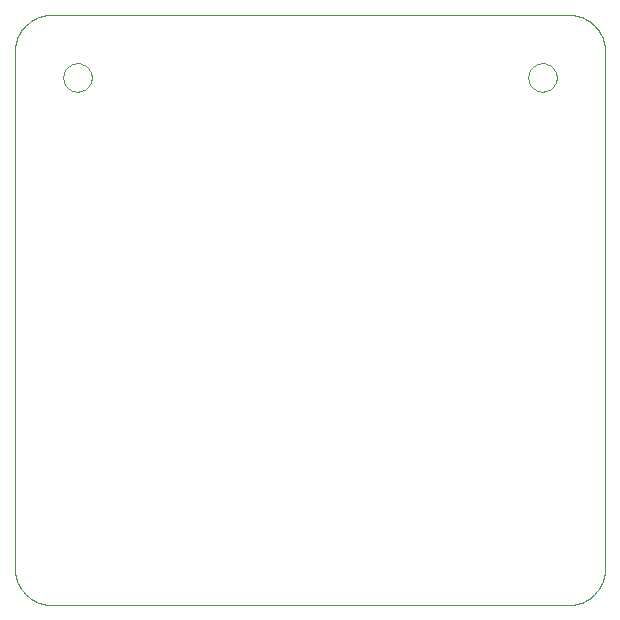
<source format=gbp>
G75*
G70*
%OFA0B0*%
%FSLAX24Y24*%
%IPPOS*%
%LPD*%
%AMOC8*
5,1,8,0,0,1.08239X$1,22.5*
%
%ADD10C,0.0000*%
D10*
X000559Y001809D02*
X000559Y018994D01*
X000561Y019062D01*
X000566Y019129D01*
X000575Y019196D01*
X000588Y019263D01*
X000605Y019328D01*
X000624Y019393D01*
X000648Y019457D01*
X000675Y019519D01*
X000705Y019580D01*
X000738Y019638D01*
X000774Y019695D01*
X000814Y019750D01*
X000856Y019803D01*
X000902Y019854D01*
X000949Y019901D01*
X001000Y019947D01*
X001053Y019989D01*
X001108Y020029D01*
X001165Y020065D01*
X001223Y020098D01*
X001284Y020128D01*
X001346Y020155D01*
X001410Y020179D01*
X001475Y020198D01*
X001540Y020215D01*
X001607Y020228D01*
X001674Y020237D01*
X001741Y020242D01*
X001809Y020244D01*
X018994Y020244D01*
X019062Y020242D01*
X019129Y020237D01*
X019196Y020228D01*
X019263Y020215D01*
X019328Y020198D01*
X019393Y020179D01*
X019457Y020155D01*
X019519Y020128D01*
X019580Y020098D01*
X019638Y020065D01*
X019695Y020029D01*
X019750Y019989D01*
X019803Y019947D01*
X019854Y019901D01*
X019901Y019854D01*
X019947Y019803D01*
X019989Y019750D01*
X020029Y019695D01*
X020065Y019638D01*
X020098Y019580D01*
X020128Y019519D01*
X020155Y019457D01*
X020179Y019393D01*
X020198Y019328D01*
X020215Y019263D01*
X020228Y019196D01*
X020237Y019129D01*
X020242Y019062D01*
X020244Y018994D01*
X020244Y001809D01*
X020242Y001741D01*
X020237Y001674D01*
X020228Y001607D01*
X020215Y001540D01*
X020198Y001475D01*
X020179Y001410D01*
X020155Y001346D01*
X020128Y001284D01*
X020098Y001223D01*
X020065Y001165D01*
X020029Y001108D01*
X019989Y001053D01*
X019947Y001000D01*
X019901Y000949D01*
X019854Y000902D01*
X019803Y000856D01*
X019750Y000814D01*
X019695Y000774D01*
X019638Y000738D01*
X019580Y000705D01*
X019519Y000675D01*
X019457Y000648D01*
X019393Y000624D01*
X019328Y000605D01*
X019263Y000588D01*
X019196Y000575D01*
X019129Y000566D01*
X019062Y000561D01*
X018994Y000559D01*
X001809Y000559D01*
X001741Y000561D01*
X001674Y000566D01*
X001607Y000575D01*
X001540Y000588D01*
X001475Y000605D01*
X001410Y000624D01*
X001346Y000648D01*
X001284Y000675D01*
X001223Y000705D01*
X001165Y000738D01*
X001108Y000774D01*
X001053Y000814D01*
X001000Y000856D01*
X000949Y000902D01*
X000902Y000949D01*
X000856Y001000D01*
X000814Y001053D01*
X000774Y001108D01*
X000738Y001165D01*
X000705Y001223D01*
X000675Y001284D01*
X000648Y001346D01*
X000624Y001410D01*
X000605Y001475D01*
X000588Y001540D01*
X000575Y001607D01*
X000566Y001674D01*
X000561Y001741D01*
X000559Y001809D01*
X002179Y018151D02*
X002181Y018194D01*
X002187Y018236D01*
X002197Y018278D01*
X002210Y018319D01*
X002227Y018359D01*
X002248Y018396D01*
X002272Y018432D01*
X002299Y018465D01*
X002329Y018496D01*
X002362Y018524D01*
X002397Y018549D01*
X002434Y018570D01*
X002473Y018588D01*
X002513Y018602D01*
X002555Y018613D01*
X002597Y018620D01*
X002640Y018623D01*
X002683Y018622D01*
X002726Y018617D01*
X002768Y018608D01*
X002809Y018596D01*
X002849Y018580D01*
X002887Y018560D01*
X002923Y018537D01*
X002957Y018510D01*
X002989Y018481D01*
X003017Y018449D01*
X003043Y018414D01*
X003065Y018378D01*
X003084Y018339D01*
X003099Y018299D01*
X003111Y018258D01*
X003119Y018215D01*
X003123Y018172D01*
X003123Y018130D01*
X003119Y018087D01*
X003111Y018044D01*
X003099Y018003D01*
X003084Y017963D01*
X003065Y017924D01*
X003043Y017888D01*
X003017Y017853D01*
X002989Y017821D01*
X002957Y017792D01*
X002923Y017765D01*
X002887Y017742D01*
X002849Y017722D01*
X002809Y017706D01*
X002768Y017694D01*
X002726Y017685D01*
X002683Y017680D01*
X002640Y017679D01*
X002597Y017682D01*
X002555Y017689D01*
X002513Y017700D01*
X002473Y017714D01*
X002434Y017732D01*
X002397Y017753D01*
X002362Y017778D01*
X002329Y017806D01*
X002299Y017837D01*
X002272Y017870D01*
X002248Y017906D01*
X002227Y017943D01*
X002210Y017983D01*
X002197Y018024D01*
X002187Y018066D01*
X002181Y018108D01*
X002179Y018151D01*
X017679Y018151D02*
X017681Y018194D01*
X017687Y018236D01*
X017697Y018278D01*
X017710Y018319D01*
X017727Y018359D01*
X017748Y018396D01*
X017772Y018432D01*
X017799Y018465D01*
X017829Y018496D01*
X017862Y018524D01*
X017897Y018549D01*
X017934Y018570D01*
X017973Y018588D01*
X018013Y018602D01*
X018055Y018613D01*
X018097Y018620D01*
X018140Y018623D01*
X018183Y018622D01*
X018226Y018617D01*
X018268Y018608D01*
X018309Y018596D01*
X018349Y018580D01*
X018387Y018560D01*
X018423Y018537D01*
X018457Y018510D01*
X018489Y018481D01*
X018517Y018449D01*
X018543Y018414D01*
X018565Y018378D01*
X018584Y018339D01*
X018599Y018299D01*
X018611Y018258D01*
X018619Y018215D01*
X018623Y018172D01*
X018623Y018130D01*
X018619Y018087D01*
X018611Y018044D01*
X018599Y018003D01*
X018584Y017963D01*
X018565Y017924D01*
X018543Y017888D01*
X018517Y017853D01*
X018489Y017821D01*
X018457Y017792D01*
X018423Y017765D01*
X018387Y017742D01*
X018349Y017722D01*
X018309Y017706D01*
X018268Y017694D01*
X018226Y017685D01*
X018183Y017680D01*
X018140Y017679D01*
X018097Y017682D01*
X018055Y017689D01*
X018013Y017700D01*
X017973Y017714D01*
X017934Y017732D01*
X017897Y017753D01*
X017862Y017778D01*
X017829Y017806D01*
X017799Y017837D01*
X017772Y017870D01*
X017748Y017906D01*
X017727Y017943D01*
X017710Y017983D01*
X017697Y018024D01*
X017687Y018066D01*
X017681Y018108D01*
X017679Y018151D01*
M02*

</source>
